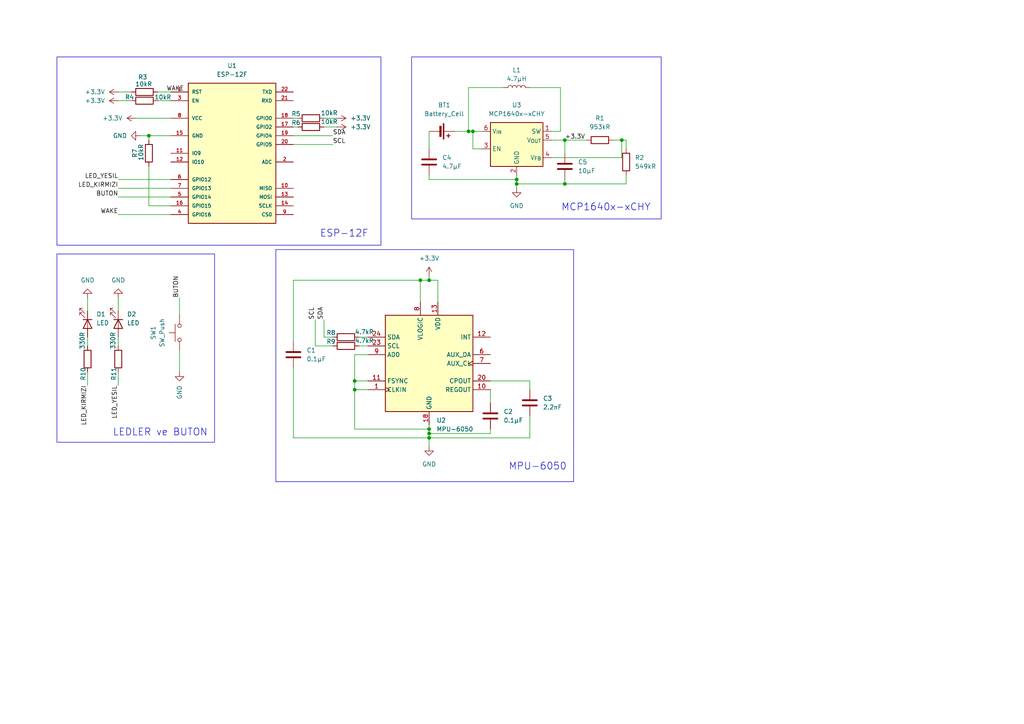
<source format=kicad_sch>
(kicad_sch (version 20250114) (generator "eeschema") (generator_version "9.0")
  (paper "A4")
  (lib_symbols
    (symbol "Device:Battery_Cell" (pin_numbers (hide yes)) (pin_names (offset 0) (hide yes))
      (property "Reference" "BT" (at 2.54 2.54 0))
      (property "Value" "Battery_Cell" (at 2.54 0 0))
      (symbol "Battery_Cell_0_1"
        (rectangle (start -2.286 1.778) (end 2.286 1.524) (fill (type outline)))
        (rectangle (start -1.524 1.016) (end 1.524 0.508) (fill (type outline)))
        (polyline (pts (xy 0 1.778) (xy 0 2.54)))
        (polyline (pts (xy 0 0.762) (xy 0 0)))
        (polyline (pts (xy 0.762 3.048) (xy 1.778 3.048)) (stroke (width 0.254)))
        (polyline (pts (xy 1.27 3.556) (xy 1.27 2.54)) (stroke (width 0.254)))
      )
      (symbol "Battery_Cell_1_1"
        (pin passive line (at 0 5.08 270) (length 2.54) (name "+") (number "1"))
        (pin passive line (at 0 -2.54 90) (length 2.54) (name "-") (number "2"))
      )
    )
    (symbol "Device:C" (pin_numbers (hide yes)) (pin_names (offset 0.254))
      (property "Reference" "C" (at 0.635 2.54 0))
      (property "Value" "C" (at 0.635 -2.54 0))
      (symbol "C_0_1"
        (polyline (pts (xy -2.032 0.762) (xy 2.032 0.762)) (stroke (width 0.508)))
        (polyline (pts (xy -2.032 -0.762) (xy 2.032 -0.762)) (stroke (width 0.508)))
      )
      (symbol "C_1_1"
        (pin passive line (at 0 3.81 270) (length 2.794) (name "~") (number "1"))
        (pin passive line (at 0 -3.81 90) (length 2.794) (name "~") (number "2"))
      )
    )
    (symbol "Device:L" (pin_numbers (hide yes)) (pin_names (offset 1.016) (hide yes))
      (property "Reference" "L" (at -1.27 0 90))
      (property "Value" "L" (at 1.905 0 90))
      (symbol "L_0_1"
        (arc (start 0 2.54) (mid 0.6323 1.905) (end 0 1.27))
        (arc (start 0 1.27) (mid 0.6323 0.635) (end 0 0))
        (arc (start 0 0) (mid 0.6323 -0.635) (end 0 -1.27))
        (arc (start 0 -1.27) (mid 0.6323 -1.905) (end 0 -2.54))
      )
      (symbol "L_1_1"
        (pin passive line (at 0 3.81 270) (length 1.27) (name "1") (number "1"))
        (pin passive line (at 0 -3.81 90) (length 1.27) (name "2") (number "2"))
      )
    )
    (symbol "Device:LED" (pin_numbers (hide yes)) (pin_names (offset 1.016) (hide yes))
      (property "Reference" "D" (at 0 2.54 0))
      (property "Value" "LED" (at 0 -2.54 0))
      (symbol "LED_0_1"
        (polyline (pts (xy -3.048 -0.762) (xy -4.572 -2.286) (xy -3.81 -2.286) (xy -4.572 -2.286) (xy -4.572 -1.524)))
        (polyline (pts (xy -1.778 -0.762) (xy -3.302 -2.286) (xy -2.54 -2.286) (xy -3.302 -2.286) (xy -3.302 -1.524)))
        (polyline (pts (xy -1.27 0) (xy 1.27 0)))
        (polyline (pts (xy -1.27 -1.27) (xy -1.27 1.27)) (stroke (width 0.254)))
        (polyline (pts (xy 1.27 -1.27) (xy 1.27 1.27) (xy -1.27 0) (xy 1.27 -1.27)) (stroke (width 0.254)))
      )
      (symbol "LED_1_1"
        (pin passive line (at -3.81 0 0) (length 2.54) (name "K") (number "1"))
        (pin passive line (at 3.81 0 180) (length 2.54) (name "A") (number "2"))
      )
    )
    (symbol "Device:R" (pin_numbers (hide yes)) (pin_names (offset 0))
      (property "Reference" "R" (at 2.032 0 90))
      (property "Value" "R" (at 0 0 90))
      (symbol "R_0_1"
        (rectangle (start -1.016 -2.54) (end 1.016 2.54) (stroke (width 0.254)))
      )
      (symbol "R_1_1"
        (pin passive line (at 0 3.81 270) (length 1.27) (name "~") (number "1"))
        (pin passive line (at 0 -3.81 90) (length 1.27) (name "~") (number "2"))
      )
    )
    (symbol "ESP-12F:ESP-12F" (pin_names (offset 1.016))
      (property "Reference" "U" (at -137.1854 113.0757 0))
      (property "Value" "ESP-12F" (at -137.1837 67.2674 0))
      (symbol "ESP-12F_0_0"
        (rectangle (start -137.16 69.85) (end -111.76 110.49) (stroke (width 0.254)) (fill (type background)))
        (pin bidirectional line (at -142.24 107.95 0) (length 5.08) (name "RST") (number "1"))
        (pin bidirectional line (at -142.24 105.41 0) (length 5.08) (name "EN") (number "3"))
        (pin bidirectional line (at -142.24 100.33 0) (length 5.08) (name "VCC") (number "8"))
        (pin bidirectional line (at -142.24 95.25 0) (length 5.08) (name "GND") (number "15"))
        (pin bidirectional line (at -142.24 90.17 0) (length 5.08) (name "IO9") (number "11"))
        (pin bidirectional line (at -142.24 87.63 0) (length 5.08) (name "IO10") (number "12"))
        (pin bidirectional line (at -142.24 82.55 0) (length 5.08) (name "GPIO12") (number "6"))
        (pin bidirectional line (at -142.24 80.01 0) (length 5.08) (name "GPIO13") (number "7"))
        (pin bidirectional line (at -142.24 77.47 0) (length 5.08) (name "GPIO14") (number "5"))
        (pin bidirectional line (at -142.24 74.93 0) (length 5.08) (name "GPIO15") (number "16"))
        (pin bidirectional line (at -142.24 72.39 0) (length 5.08) (name "GPIO16") (number "4"))
        (pin bidirectional line (at -106.68 107.95 180) (length 5.08) (name "TXD") (number "22"))
        (pin bidirectional line (at -106.68 105.41 180) (length 5.08) (name "RXD") (number "21"))
        (pin bidirectional line (at -106.68 100.33 180) (length 5.08) (name "GPIO0") (number "18"))
        (pin bidirectional line (at -106.68 97.79 180) (length 5.08) (name "GPIO2") (number "17"))
        (pin bidirectional line (at -106.68 95.25 180) (length 5.08) (name "GPIO4") (number "19"))
        (pin bidirectional line (at -106.68 92.71 180) (length 5.08) (name "GPIO5") (number "20"))
        (pin bidirectional line (at -106.68 87.63 180) (length 5.08) (name "ADC") (number "2"))
        (pin bidirectional line (at -106.68 80.01 180) (length 5.08) (name "MISO") (number "10"))
        (pin bidirectional line (at -106.68 77.47 180) (length 5.08) (name "MOSI") (number "13"))
        (pin bidirectional line (at -106.68 74.93 180) (length 5.08) (name "SCLK") (number "14"))
        (pin bidirectional line (at -106.68 72.39 180) (length 5.08) (name "CS0") (number "9"))
      )
    )
    (symbol "Regulator_Switching:MCP1640x-xCHY"
      (property "Reference" "U" (at -7.62 8.89 0))
      (property "Value" "MCP1640x-xCHY" (at 0 8.89 0))
      (symbol "MCP1640x-xCHY_0_1"
        (rectangle (start -7.62 7.62) (end 7.62 -5.08) (stroke (width 0.254)) (fill (type background)))
      )
      (symbol "MCP1640x-xCHY_1_1"
        (pin power_in line (at -10.16 5.08 0) (length 2.54) (name "V_{IN}") (number "6"))
        (pin input line (at -10.16 0 0) (length 2.54) (name "EN") (number "3"))
        (pin power_in line (at 0 -7.62 90) (length 2.54) (name "GND") (number "2"))
        (pin input line (at 10.16 5.08 180) (length 2.54) (name "SW") (number "1"))
        (pin power_out line (at 10.16 2.54 180) (length 2.54) (name "V_{OUT}") (number "5"))
        (pin input line (at 10.16 -2.54 180) (length 2.54) (name "V_{FB}") (number "4"))
      )
    )
    (symbol "Sensor_Motion:MPU-6050"
      (property "Reference" "U" (at -11.43 13.97 0))
      (property "Value" "MPU-6050" (at 7.62 -15.24 0))
      (symbol "MPU-6050_0_1"
        (rectangle (start -12.7 13.97) (end 12.7 -13.97) (stroke (width 0.254)) (fill (type background)))
      )
      (symbol "MPU-6050_1_1"
        (pin bidirectional line (at -17.78 7.62 0) (length 5.08) (name "SDA") (number "24"))
        (pin input line (at -17.78 5.08 0) (length 5.08) (name "SCL") (number "23"))
        (pin input line (at -17.78 2.54 0) (length 5.08) (name "AD0") (number "9"))
        (pin input line (at -17.78 -5.08 0) (length 5.08) (name "FSYNC") (number "11"))
        (pin input clock (at -17.78 -7.62 0) (length 5.08) (name "CLKIN") (number "1"))
        (pin no_connect line (at -12.7 12.7 0) (length 2.54) (hide yes) (name "NC") (number "2"))
        (pin no_connect line (at -12.7 10.16 0) (length 2.54) (hide yes) (name "NC") (number "3"))
        (pin no_connect line (at -12.7 0 0) (length 2.54) (hide yes) (name "NC") (number "4"))
        (pin no_connect line (at -12.7 -2.54 0) (length 2.54) (hide yes) (name "NC") (number "5"))
        (pin no_connect line (at -12.7 -10.16 0) (length 2.54) (hide yes) (name "NC") (number "14"))
        (pin power_in line (at -2.54 17.78 270) (length 3.81) (name "VLOGIC") (number "8"))
        (pin power_in line (at 0 -17.78 90) (length 3.81) (name "GND") (number "18"))
        (pin power_in line (at 2.54 17.78 270) (length 3.81) (name "VDD") (number "13"))
        (pin no_connect line (at 12.7 12.7 180) (length 2.54) (hide yes) (name "NC") (number "15"))
        (pin no_connect line (at 12.7 10.16 180) (length 2.54) (hide yes) (name "NC") (number "16"))
        (pin no_connect line (at 12.7 5.08 180) (length 2.54) (hide yes) (name "NC") (number "17"))
        (pin no_connect line (at 12.7 -2.54 180) (length 2.54) (hide yes) (name "RESV") (number "21"))
        (pin no_connect line (at 12.7 -10.16 180) (length 2.54) (hide yes) (name "RESV") (number "19"))
        (pin no_connect line (at 12.7 -12.7 180) (length 2.54) (hide yes) (name "RESV") (number "22"))
        (pin output line (at 17.78 7.62 180) (length 5.08) (name "INT") (number "12"))
        (pin bidirectional line (at 17.78 2.54 180) (length 5.08) (name "AUX_DA") (number "6"))
        (pin output clock (at 17.78 0 180) (length 5.08) (name "AUX_CL") (number "7"))
        (pin passive line (at 17.78 -5.08 180) (length 5.08) (name "CPOUT") (number "20"))
        (pin passive line (at 17.78 -7.62 180) (length 5.08) (name "REGOUT") (number "10"))
      )
    )
    (symbol "Switch:SW_Push" (pin_numbers (hide yes)) (pin_names (offset 1.016) (hide yes))
      (property "Reference" "SW" (at 1.27 2.54 0))
      (property "Value" "SW_Push" (at 0 -1.524 0))
      (symbol "SW_Push_0_1"
        (circle (center -2.032 0) (radius 0.508))
        (polyline (pts (xy 0 1.27) (xy 0 3.048)))
        (circle (center 2.032 0) (radius 0.508))
        (polyline (pts (xy 2.54 1.27) (xy -2.54 1.27)))
        (pin passive line (at -5.08 0 0) (length 2.54) (name "1") (number "1"))
        (pin passive line (at 5.08 0 180) (length 2.54) (name "2") (number "2"))
      )
    )
    (symbol "power:+3.3V" (power) (pin_numbers (hide yes)) (pin_names (offset 0) (hide yes))
      (property "Value" "+3.3V" (at 0 3.556 0))
      (symbol "+3.3V_0_1"
        (polyline (pts (xy -0.762 1.27) (xy 0 2.54)))
        (polyline (pts (xy 0 2.54) (xy 0.762 1.27)))
        (polyline (pts (xy 0 0) (xy 0 2.54)))
      )
      (symbol "+3.3V_1_1"
        (pin power_in line (at 0 0 90) (length 0) (name "~") (number "1"))
      )
    )
    (symbol "power:GND" (power) (pin_numbers (hide yes)) (pin_names (offset 0) (hide yes))
      (property "Value" "GND" (at 0 -3.81 0))
      (symbol "GND_0_1"
        (polyline (pts (xy 0 0) (xy 0 -1.27) (xy 1.27 -1.27) (xy 0 -2.54) (xy -1.27 -1.27) (xy 0 -1.27)))
      )
      (symbol "GND_1_1"
        (pin power_in line (at 0 0 270) (length 0) (name "~") (number "1"))
      )
    )
  )
  (text "LEDLER ve BUTON\n" (at 46.482 125.476 0) (effects (font (size 2.032 2.032))))
  (text "MPU-6050" (at 155.956 135.382 0) (effects (font (size 2.032 2.032))))
  (text "MCP1640x-xCHY" (at 175.768 60.198 0) (effects (font (size 2.032 2.032))))
  (text "ESP-12F" (at 99.822 67.818 0) (effects (font (size 2.032 2.032))))
  (text_box "" (at 16.51 73.66 0) (size 45.72 54.61) (margins 0.9525 0.9525 0.9525 0.9525) (effects (font (size 1.27 1.27)) (justify left top)))
  (text_box "" (at 80.01 72.39 0) (size 86.36 67.31) (margins 0.9525 0.9525 0.9525 0.9525) (effects (font (size 1.27 1.27)) (justify left top)))
  (text_box "" (at 16.51 16.51 0) (size 93.98 54.61) (margins 0.9525 0.9525 0.9525 0.9525) (effects (font (size 1.27 1.27)) (justify left top)))
  (text_box "" (at 119.38 16.51 0) (size 72.39 46.99) (margins 0.9525 0.9525 0.9525 0.9525) (effects (font (size 1.27 1.27)) (justify left top)))
  (junction (at 124.46 125.73))
  (junction (at 124.46 124.46))
  (junction (at 124.46 81.28))
  (junction (at 124.46 127))
  (junction (at 163.83 53.34))
  (junction (at 102.87 113.03))
  (junction (at 149.86 52.07))
  (junction (at 163.83 40.64))
  (junction (at 43.18 39.37))
  (junction (at 135.89 38.1))
  (junction (at 137.16 38.1))
  (junction (at 102.87 110.49))
  (junction (at 121.92 81.28))
  (junction (at 180.34 40.64))
  (junction (at 149.86 53.34))
  (wire (pts (xy 102.87 124.46) (xy 124.46 124.46)))
  (wire (pts (xy 124.46 80.01) (xy 124.46 81.28)))
  (wire (pts (xy 43.18 59.69) (xy 43.18 48.26)))
  (wire (pts (xy 153.67 110.49) (xy 153.67 113.03)))
  (wire (pts (xy 85.09 81.28) (xy 121.92 81.28)))
  (wire (pts (xy 34.29 97.79) (xy 34.29 100.33)))
  (wire (pts (xy 181.61 50.8) (xy 181.61 53.34)))
  (wire (pts (xy 153.67 127) (xy 124.46 127)))
  (wire (pts (xy 180.34 45.72) (xy 160.02 45.72)))
  (wire (pts (xy 104.14 100.33) (xy 106.68 100.33)))
  (wire (pts (xy 124.46 123.19) (xy 124.46 124.46)))
  (wire (pts (xy 85.09 36.83) (xy 86.36 36.83)))
  (wire (pts (xy 102.87 110.49) (xy 106.68 110.49)))
  (wire (pts (xy 124.46 127) (xy 124.46 129.54)))
  (wire (pts (xy 91.44 92.71) (xy 91.44 100.33)))
  (wire (pts (xy 25.4 97.79) (xy 25.4 100.33)))
  (wire (pts (xy 137.16 38.1) (xy 135.89 38.1)))
  (wire (pts (xy 45.72 29.21) (xy 49.53 29.21)))
  (wire (pts (xy 124.46 81.28) (xy 127 81.28)))
  (wire (pts (xy 102.87 113.03) (xy 102.87 124.46)))
  (wire (pts (xy 162.56 38.1) (xy 160.02 38.1)))
  (wire (pts (xy 124.46 50.8) (xy 124.46 52.07)))
  (wire (pts (xy 163.83 52.07) (xy 163.83 53.34)))
  (wire (pts (xy 93.98 36.83) (xy 97.79 36.83)))
  (wire (pts (xy 34.29 29.21) (xy 38.1 29.21)))
  (wire (pts (xy 121.92 81.28) (xy 124.46 81.28)))
  (wire (pts (xy 149.86 52.07) (xy 149.86 53.34)))
  (wire (pts (xy 137.16 43.18) (xy 137.16 38.1)))
  (wire (pts (xy 85.09 34.29) (xy 86.36 34.29)))
  (wire (pts (xy 135.89 38.1) (xy 135.89 25.4)))
  (wire (pts (xy 139.7 43.18) (xy 137.16 43.18)))
  (wire (pts (xy 124.46 125.73) (xy 124.46 127)))
  (wire (pts (xy 34.29 62.23) (xy 49.53 62.23)))
  (wire (pts (xy 102.87 102.87) (xy 102.87 110.49)))
  (wire (pts (xy 43.18 40.64) (xy 43.18 39.37)))
  (wire (pts (xy 106.68 102.87) (xy 102.87 102.87)))
  (wire (pts (xy 142.24 113.03) (xy 142.24 116.84)))
  (wire (pts (xy 124.46 52.07) (xy 149.86 52.07)))
  (wire (pts (xy 102.87 110.49) (xy 102.87 113.03)))
  (wire (pts (xy 124.46 38.1) (xy 124.46 43.18)))
  (wire (pts (xy 163.83 53.34) (xy 181.61 53.34)))
  (wire (pts (xy 180.34 40.64) (xy 180.34 45.72)))
  (wire (pts (xy 96.52 97.79) (xy 93.98 97.79)))
  (wire (pts (xy 93.98 92.71) (xy 93.98 97.79)))
  (wire (pts (xy 39.37 34.29) (xy 49.53 34.29)))
  (wire (pts (xy 163.83 53.34) (xy 149.86 53.34)))
  (wire (pts (xy 25.4 107.95) (xy 25.4 111.76)))
  (wire (pts (xy 85.09 39.37) (xy 96.52 39.37)))
  (wire (pts (xy 34.29 107.95) (xy 34.29 111.76)))
  (wire (pts (xy 34.29 54.61) (xy 49.53 54.61)))
  (wire (pts (xy 34.29 86.36) (xy 34.29 90.17)))
  (wire (pts (xy 49.53 59.69) (xy 43.18 59.69)))
  (wire (pts (xy 104.14 97.79) (xy 106.68 97.79)))
  (wire (pts (xy 85.09 127) (xy 124.46 127)))
  (wire (pts (xy 85.09 81.28) (xy 85.09 99.06)))
  (wire (pts (xy 93.98 34.29) (xy 97.79 34.29)))
  (wire (pts (xy 124.46 124.46) (xy 124.46 125.73)))
  (wire (pts (xy 52.07 107.95) (xy 52.07 101.6)))
  (wire (pts (xy 180.34 40.64) (xy 181.61 40.64)))
  (wire (pts (xy 153.67 120.65) (xy 153.67 127)))
  (wire (pts (xy 25.4 86.36) (xy 25.4 90.17)))
  (wire (pts (xy 142.24 124.46) (xy 142.24 125.73)))
  (wire (pts (xy 34.29 57.15) (xy 49.53 57.15)))
  (wire (pts (xy 52.07 91.44) (xy 52.07 86.36)))
  (wire (pts (xy 181.61 40.64) (xy 181.61 43.18)))
  (wire (pts (xy 135.89 25.4) (xy 146.05 25.4)))
  (wire (pts (xy 149.86 50.8) (xy 149.86 52.07)))
  (wire (pts (xy 121.92 81.28) (xy 121.92 87.63)))
  (wire (pts (xy 45.72 26.67) (xy 49.53 26.67)))
  (wire (pts (xy 162.56 25.4) (xy 162.56 38.1)))
  (wire (pts (xy 139.7 38.1) (xy 137.16 38.1)))
  (wire (pts (xy 163.83 40.64) (xy 163.83 44.45)))
  (wire (pts (xy 124.46 125.73) (xy 142.24 125.73)))
  (wire (pts (xy 85.09 41.91) (xy 96.52 41.91)))
  (wire (pts (xy 160.02 40.64) (xy 163.83 40.64)))
  (wire (pts (xy 85.09 106.68) (xy 85.09 127)))
  (wire (pts (xy 153.67 25.4) (xy 162.56 25.4)))
  (wire (pts (xy 40.64 39.37) (xy 43.18 39.37)))
  (wire (pts (xy 96.52 100.33) (xy 91.44 100.33)))
  (wire (pts (xy 34.29 52.07) (xy 49.53 52.07)))
  (wire (pts (xy 142.24 110.49) (xy 153.67 110.49)))
  (wire (pts (xy 102.87 113.03) (xy 106.68 113.03)))
  (wire (pts (xy 34.29 26.67) (xy 38.1 26.67)))
  (wire (pts (xy 132.08 38.1) (xy 135.89 38.1)))
  (wire (pts (xy 127 81.28) (xy 127 87.63)))
  (wire (pts (xy 149.86 53.34) (xy 149.86 54.61)))
  (wire (pts (xy 163.83 40.64) (xy 170.18 40.64)))
  (wire (pts (xy 43.18 39.37) (xy 49.53 39.37)))
  (wire (pts (xy 177.8 40.64) (xy 180.34 40.64)))
  (label "LED_KIRMIZI" (at 34.29 54.61 180))
  (label "SDA" (at 96.52 39.37 0))
  (label "BUTON" (at 52.07 86.36 90))
  (label "LED_YESIL" (at 34.29 52.07 180))
  (label "SCL" (at 91.44 92.71 90))
  (label "SCL" (at 96.52 41.91 0))
  (label "+3.3V" (at 163.83 40.64 0))
  (label "BUTON" (at 34.29 57.15 180))
  (label "SDA" (at 93.98 92.71 90))
  (label "WAKE" (at 48.26 26.67 0))
  (label "LED_YESIL" (at 34.29 111.76 270))
  (label "LED_KIRMIZI" (at 25.4 111.76 270))
  (label "WAKE" (at 34.29 62.23 180))
  (symbol (lib_id "Device:R") (at 100.33 97.79 270) (unit 1)
    (property "Reference" "R8" (at 96.012 96.52 90))
    (property "Value" "4.7kR" (at 105.664 96.266 90))
    (property "Footprint" "Resistor_SMD:R_01005_0402Metric" (effects (hide yes)))
    (property "Description" "Resistor" (effects (hide yes)))
  )
  (symbol (lib_id "Device:L") (at 149.86 25.4 90) (unit 1)
    (property "Reference" "L1" (at 149.86 20.32 90))
    (property "Value" "4.7μH" (at 149.86 22.86 90))
    (property "Footprint" "Inductor_SMD:L_1210_3225Metric" (effects (hide yes)))
    (property "Description" "Inductor" (effects (hide yes)))
  )
  (symbol (lib_id "Device:LED") (at 25.4 93.98 270) (unit 1)
    (property "Reference" "D1" (at 27.94 91.1224 90) (effects (justify left)))
    (property "Value" "LED" (at 27.94 93.6624 90) (effects (justify left)))
    (property "Footprint" "LED_SMD:LED_0805_2012Metric" (effects (hide yes)))
    (property "Description" "Light emitting diode" (effects (hide yes)))
    (property "Sim.Pins" "1=K 2=A" (effects (hide yes)))
  )
  (symbol (lib_id "power:GND") (at 34.29 86.36 180) (unit 1)
    (property "Reference" "#PWR011" (effects (hide yes)))
    (property "Value" "GND" (at 34.29 81.28 0))
    (property "Description" "Power symbol creates a global label with name \"GND\" , ground" (effects (hide yes)))
  )
  (symbol (lib_id "Device:R") (at 43.18 44.45 0) (unit 1)
    (property "Reference" "R7" (at 39.116 44.45 90))
    (property "Value" "10kR" (at 40.894 44.196 90))
    (property "Footprint" "Resistor_SMD:R_01005_0402Metric" (effects (hide yes)))
    (property "Description" "Resistor" (effects (hide yes)))
  )
  (symbol (lib_id "Device:R") (at 90.17 34.29 270) (unit 1)
    (property "Reference" "R5" (at 85.852 33.02 90))
    (property "Value" "10kR" (at 95.504 32.766 90))
    (property "Footprint" "Resistor_SMD:R_01005_0402Metric" (effects (hide yes)))
    (property "Description" "Resistor" (effects (hide yes)))
  )
  (symbol (lib_id "power:GND") (at 40.64 39.37 270) (unit 1)
    (property "Reference" "#PWR09" (effects (hide yes)))
    (property "Value" "GND" (at 36.83 39.3699 90) (effects (justify right)))
    (property "Description" "Power symbol creates a global label with name \"GND\" , ground" (effects (hide yes)))
  )
  (symbol (lib_id "Device:C") (at 163.83 48.26 0) (unit 1)
    (property "Reference" "C5" (at 167.64 46.9899 0) (effects (justify left)))
    (property "Value" "10μF" (at 167.64 49.5299 0) (effects (justify left)))
    (property "Footprint" "Capacitor_SMD:C_01005_0402Metric" (effects (hide yes)))
    (property "Description" "Unpolarized capacitor" (effects (hide yes)))
  )
  (symbol (lib_id "Device:R") (at 181.61 46.99 180) (unit 1)
    (property "Reference" "R2" (at 184.15 45.7199 0) (effects (justify right)))
    (property "Value" "549kR" (at 184.15 48.2599 0) (effects (justify right)))
    (property "Footprint" "Resistor_SMD:R_01005_0402Metric" (effects (hide yes)))
    (property "Description" "Resistor" (effects (hide yes)))
  )
  (symbol (lib_id "Switch:SW_Push") (at 52.07 96.52 90) (unit 1)
    (property "Reference" "SW1" (at 44.45 96.52 0))
    (property "Value" "SW_Push" (at 46.99 96.52 0))
    (property "Footprint" "Button_Switch_THT:SW_PUSH_6mm" (effects (hide yes)))
    (property "Description" "Push button switch, generic, two pins" (effects (hide yes)))
  )
  (symbol (lib_id "power:GND") (at 149.86 54.61 0) (unit 1)
    (property "Reference" "#PWR04" (effects (hide yes)))
    (property "Value" "GND" (at 149.86 59.69 0))
    (property "Description" "Power symbol creates a global label with name \"GND\" , ground" (effects (hide yes)))
  )
  (symbol (lib_id "Device:C") (at 153.67 116.84 0) (unit 1)
    (property "Reference" "C3" (at 157.48 115.5699 0) (effects (justify left)))
    (property "Value" "2.2nF" (at 157.48 118.1099 0) (effects (justify left)))
    (property "Footprint" "Capacitor_SMD:C_01005_0402Metric" (effects (hide yes)))
    (property "Description" "Unpolarized capacitor" (effects (hide yes)))
  )
  (symbol (lib_id "power:GND") (at 124.46 129.54 0) (unit 1)
    (property "Reference" "#PWR02" (effects (hide yes)))
    (property "Value" "GND" (at 124.46 134.62 0))
    (property "Description" "Power symbol creates a global label with name \"GND\" , ground" (effects (hide yes)))
  )
  (symbol (lib_id "Device:R") (at 173.99 40.64 90) (unit 1)
    (property "Reference" "R1" (at 173.99 34.29 90))
    (property "Value" "953kR" (at 173.99 36.83 90))
    (property "Footprint" "Resistor_SMD:R_01005_0402Metric" (effects (hide yes)))
    (property "Description" "Resistor" (effects (hide yes)))
  )
  (symbol (lib_id "power:+3.3V") (at 39.37 34.29 90) (unit 1)
    (property "Reference" "#PWR03" (effects (hide yes)))
    (property "Value" "+3.3V" (at 35.56 34.2899 90) (effects (justify left)))
    (property "Description" "Power symbol creates a global label with name \"+3.3V\"" (effects (hide yes)))
  )
  (symbol (lib_id "Device:R") (at 25.4 104.14 0) (unit 1)
    (property "Reference" "R10" (at 24.13 108.458 90))
    (property "Value" "330R" (at 23.876 98.806 90))
    (property "Footprint" "Resistor_SMD:R_01005_0402Metric" (effects (hide yes)))
    (property "Description" "Resistor" (effects (hide yes)))
  )
  (symbol (lib_id "Device:R") (at 90.17 36.83 270) (unit 1)
    (property "Reference" "R6" (at 85.852 35.56 90))
    (property "Value" "10kR" (at 95.504 35.306 90))
    (property "Footprint" "Resistor_SMD:R_01005_0402Metric" (effects (hide yes)))
    (property "Description" "Resistor" (effects (hide yes)))
  )
  (symbol (lib_id "power:GND") (at 25.4 86.36 180) (unit 1)
    (property "Reference" "#PWR010" (effects (hide yes)))
    (property "Value" "GND" (at 25.4 81.28 0))
    (property "Description" "Power symbol creates a global label with name \"GND\" , ground" (effects (hide yes)))
  )
  (symbol (lib_id "power:+3.3V") (at 97.79 36.83 270) (unit 1)
    (property "Reference" "#PWR08" (effects (hide yes)))
    (property "Value" "+3.3V" (at 101.6 36.8299 90) (effects (justify left)))
    (property "Description" "Power symbol creates a global label with name \"+3.3V\"" (effects (hide yes)))
  )
  (symbol (lib_id "Regulator_Switching:MCP1640x-xCHY") (at 149.86 43.18 0) (unit 1)
    (property "Reference" "U3" (at 149.86 30.48 0))
    (property "Value" "MCP1640x-xCHY" (at 149.86 33.02 0))
    (property "Footprint" "Package_TO_SOT_SMD:SOT-23-6" (effects (hide yes)))
    (property "Datasheet" "http://ww1.microchip.com/downloads/en/DeviceDoc/20002234D.pdf" (effects (hide yes)))
    (property "Description" "Synchronous Boost Regulator, Adjustable Output 2.0V-5.5V, PWM/PFM True Disconnect, SOT-23" (effects (hide yes)))
  )
  (symbol (lib_id "power:+3.3V") (at 124.46 80.01 0) (unit 1)
    (property "Reference" "#PWR01" (effects (hide yes)))
    (property "Value" "+3.3V" (at 124.46 74.93 0))
    (property "Description" "Power symbol creates a global label with name \"+3.3V\"" (effects (hide yes)))
  )
  (symbol (lib_id "power:GND") (at 52.07 107.95 0) (unit 1)
    (property "Reference" "#PWR012" (effects (hide yes)))
    (property "Value" "GND" (at 52.0699 111.76 90) (effects (justify right)))
    (property "Description" "Power symbol creates a global label with name \"GND\" , ground" (effects (hide yes)))
  )
  (symbol (lib_id "power:+3.3V") (at 34.29 26.67 90) (unit 1)
    (property "Reference" "#PWR05" (effects (hide yes)))
    (property "Value" "+3.3V" (at 30.48 26.6699 90) (effects (justify left)))
    (property "Description" "Power symbol creates a global label with name \"+3.3V\"" (effects (hide yes)))
  )
  (symbol (lib_id "Device:C") (at 85.09 102.87 0) (unit 1)
    (property "Reference" "C1" (at 88.9 101.5999 0) (effects (justify left)))
    (property "Value" "0.1μF" (at 88.9 104.1399 0) (effects (justify left)))
    (property "Footprint" "Capacitor_SMD:C_01005_0402Metric" (effects (hide yes)))
    (property "Description" "Unpolarized capacitor" (effects (hide yes)))
  )
  (symbol (lib_id "ESP-12F:ESP-12F") (at 191.77 134.62 0) (unit 1)
    (property "Reference" "U1" (at 67.31 19.05 0))
    (property "Value" "ESP-12F" (at 67.31 21.59 0))
    (property "Footprint" "RF_Module:ESP-12E" (effects (hide yes)))
    (property "MF" "AI-Thinker" (effects (hide yes)))
    (property "Description_1" "WiFi Modülü" (effects (hide yes)))
    (property "Package" "Package" (effects (hide yes)))
    (property "Price" "None" (effects (hide yes)))
    (property "SnapEDA_Link" "https://www.snapeda.com/parts/ESP-12F/AI-Thinker/view-part/?ref=snap" (effects (hide yes)))
    (property "MP" "ESP-12F" (effects (hide yes)))
    (property "Availability" "Not in stock" (effects (hide yes)))
    (property "Check_prices" "https://www.snapeda.com/parts/ESP-12F/AI-Thinker/view-part/?ref=eda" (effects (hide yes)))
  )
  (symbol (lib_id "power:+3.3V") (at 34.29 29.21 90) (unit 1)
    (property "Reference" "#PWR06" (effects (hide yes)))
    (property "Value" "+3.3V" (at 30.48 29.2099 90) (effects (justify left)))
    (property "Description" "Power symbol creates a global label with name \"+3.3V\"" (effects (hide yes)))
  )
  (symbol (lib_id "Device:LED") (at 34.29 93.98 270) (unit 1)
    (property "Reference" "D2" (at 36.83 91.1224 90) (effects (justify left)))
    (property "Value" "LED" (at 36.83 93.6624 90) (effects (justify left)))
    (property "Footprint" "LED_SMD:LED_0805_2012Metric" (effects (hide yes)))
    (property "Description" "Light emitting diode" (effects (hide yes)))
    (property "Sim.Pins" "1=K 2=A" (effects (hide yes)))
  )
  (symbol (lib_id "Device:C") (at 124.46 46.99 0) (unit 1)
    (property "Reference" "C4" (at 128.27 45.7199 0) (effects (justify left)))
    (property "Value" "4.7μF" (at 128.27 48.2599 0) (effects (justify left)))
    (property "Footprint" "Capacitor_SMD:C_01005_0402Metric" (effects (hide yes)))
    (property "Description" "Unpolarized capacitor" (effects (hide yes)))
  )
  (symbol (lib_id "Device:R") (at 41.91 29.21 270) (unit 1)
    (property "Reference" "R4" (at 37.592 28.194 90))
    (property "Value" "10kR" (at 47.244 28.194 90))
    (property "Footprint" "Resistor_SMD:R_01005_0402Metric" (effects (hide yes)))
    (property "Description" "Resistor" (effects (hide yes)))
  )
  (symbol (lib_id "Sensor_Motion:MPU-6050") (at 124.46 105.41 0) (unit 1)
    (property "Reference" "U2" (at 126.6033 121.92 0) (effects (justify left)))
    (property "Value" "MPU-6050" (at 126.6033 124.46 0) (effects (justify left)))
    (property "Footprint" "Sensor_Motion:InvenSense_QFN-24_4x4mm_P0.5mm" (effects (hide yes)))
    (property "Datasheet" "https://invensense.tdk.com/wp-content/uploads/2015/02/MPU-6000-Datasheet1.pdf" (effects (hide yes)))
    (property "Description" "InvenSense 6-Axis Motion Sensor, Gyroscope, Accelerometer, I2C" (effects (hide yes)))
  )
  (symbol (lib_id "Device:C") (at 142.24 120.65 0) (unit 1)
    (property "Reference" "C2" (at 146.05 119.3799 0) (effects (justify left)))
    (property "Value" "0.1μF" (at 146.05 121.9199 0) (effects (justify left)))
    (property "Footprint" "Capacitor_SMD:C_01005_0402Metric" (effects (hide yes)))
    (property "Description" "Unpolarized capacitor" (effects (hide yes)))
  )
  (symbol (lib_id "Device:R") (at 34.29 104.14 0) (unit 1)
    (property "Reference" "R11" (at 33.02 108.458 90))
    (property "Value" "330R" (at 32.766 98.806 90))
    (property "Footprint" "Resistor_SMD:R_01005_0402Metric" (effects (hide yes)))
    (property "Description" "Resistor" (effects (hide yes)))
  )
  (symbol (lib_id "Device:Battery_Cell") (at 127 38.1 270) (unit 1)
    (property "Reference" "BT1" (at 128.8415 30.48 90))
    (property "Value" "Battery_Cell" (at 128.8415 33.02 90))
    (property "Footprint" "Battery:BatteryHolder_Keystone_2466_1xAAA" (effects (hide yes)))
    (property "Description" "Single-cell battery" (effects (hide yes)))
  )
  (symbol (lib_id "Device:R") (at 100.33 100.33 270) (unit 1)
    (property "Reference" "R9" (at 96.012 99.06 90))
    (property "Value" "4.7kR" (at 105.664 98.806 90))
    (property "Footprint" "Resistor_SMD:R_01005_0402Metric" (effects (hide yes)))
    (property "Description" "Resistor" (effects (hide yes)))
  )
  (symbol (lib_id "Device:R") (at 41.91 26.67 270) (unit 1)
    (property "Reference" "R3" (at 41.402 22.352 90))
    (property "Value" "10kR" (at 41.656 24.384 90))
    (property "Footprint" "Resistor_SMD:R_01005_0402Metric" (effects (hide yes)))
    (property "Description" "Resistor" (effects (hide yes)))
  )
  (symbol (lib_id "power:+3.3V") (at 97.79 34.29 270) (unit 1)
    (property "Reference" "#PWR07" (effects (hide yes)))
    (property "Value" "+3.3V" (at 101.6 34.2899 90) (effects (justify left)))
    (property "Description" "Power symbol creates a global label with name \"+3.3V\"" (effects (hide yes)))
  )
)
</source>
